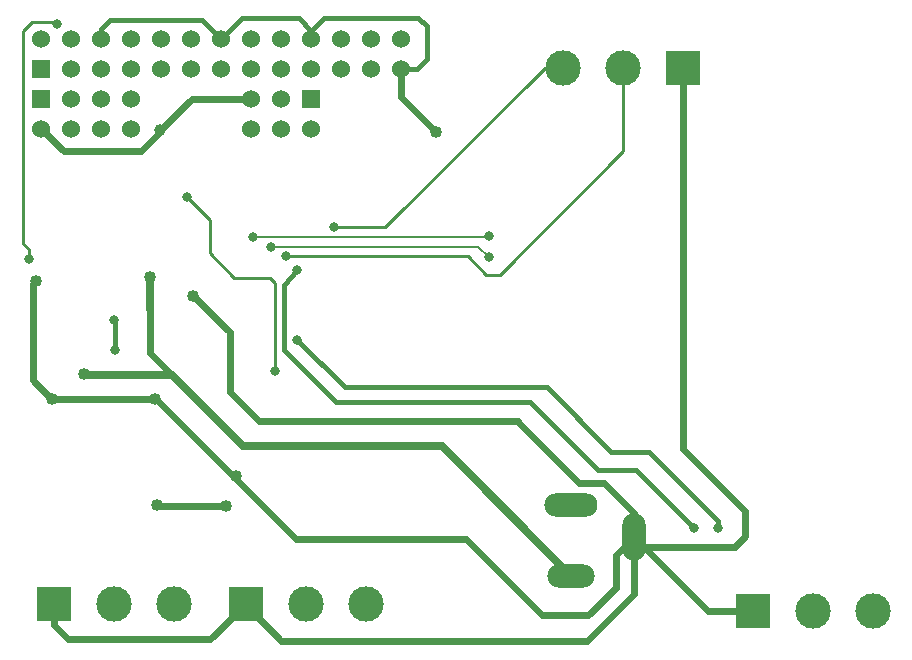
<source format=gbl>
G04 (created by PCBNEW (2013-08-09 BZR 4280)-product) date 8/17/2013 3:52:17 PM*
%MOIN*%
G04 Gerber Fmt 3.4, Leading zero omitted, Abs format*
%FSLAX34Y34*%
G01*
G70*
G90*
G04 APERTURE LIST*
%ADD10C,0.001000*%
%ADD11R,0.118100X0.118100*%
%ADD12C,0.118100*%
%ADD13R,0.060000X0.060000*%
%ADD14C,0.060000*%
%ADD15O,0.078700X0.157500*%
%ADD16O,0.157500X0.078700*%
%ADD17O,0.177200X0.078700*%
%ADD18C,0.040000*%
%ADD19C,0.039370*%
%ADD20C,0.032000*%
%ADD21C,0.024000*%
%ADD22C,0.018000*%
%ADD23C,0.025000*%
%ADD24C,0.010000*%
%ADD25C,0.007874*%
G04 APERTURE END LIST*
G54D10*
G54D11*
X65800Y-63600D03*
G54D12*
X67800Y-63600D03*
X69800Y-63600D03*
G54D13*
X65389Y-46774D03*
G54D14*
X65389Y-47774D03*
X66389Y-46774D03*
X66389Y-47774D03*
X67389Y-46774D03*
X67389Y-47774D03*
X68389Y-46774D03*
X68389Y-47774D03*
G54D13*
X65385Y-45776D03*
G54D14*
X65385Y-44776D03*
X66385Y-45776D03*
X66385Y-44776D03*
X67385Y-45776D03*
X67385Y-44776D03*
X68385Y-45776D03*
X68385Y-44776D03*
X69385Y-45776D03*
X69385Y-44776D03*
X70385Y-45776D03*
X70385Y-44776D03*
X71385Y-45776D03*
X71385Y-44776D03*
X72385Y-45776D03*
X72385Y-44776D03*
X73385Y-45776D03*
X73385Y-44776D03*
X74385Y-45776D03*
X74385Y-44776D03*
X75385Y-45776D03*
X75385Y-44776D03*
X76385Y-45776D03*
X76385Y-44776D03*
X77385Y-45776D03*
X77385Y-44776D03*
G54D15*
X85147Y-61382D03*
G54D16*
X83060Y-62662D03*
G54D17*
X83060Y-60299D03*
G54D11*
X89100Y-63860D03*
G54D12*
X91100Y-63860D03*
X93100Y-63860D03*
G54D11*
X86780Y-45740D03*
G54D12*
X84780Y-45740D03*
X82780Y-45740D03*
G54D13*
X74380Y-46780D03*
G54D14*
X74380Y-47780D03*
X73380Y-46780D03*
X73380Y-47780D03*
X72380Y-46780D03*
X72380Y-47780D03*
G54D11*
X72200Y-63600D03*
G54D12*
X74200Y-63600D03*
X76200Y-63600D03*
G54D18*
X71533Y-60347D03*
X69251Y-60305D03*
X71862Y-59346D03*
X65730Y-56770D03*
X69192Y-56772D03*
X65208Y-52833D03*
X69000Y-52700D03*
X66820Y-55960D03*
X78556Y-47880D03*
X70460Y-53340D03*
G54D19*
X69360Y-47820D03*
G54D20*
X64965Y-52125D03*
X65905Y-44282D03*
X87960Y-61080D03*
X73906Y-54802D03*
X73920Y-52494D03*
X87142Y-61072D03*
X72460Y-51380D03*
X80320Y-51360D03*
X73060Y-51700D03*
X80320Y-52060D03*
X67858Y-55146D03*
X67795Y-54159D03*
X73560Y-52000D03*
X75160Y-51052D03*
X73180Y-55860D03*
X70240Y-50060D03*
G54D21*
X69293Y-60347D02*
X71533Y-60347D01*
X69251Y-60305D02*
X69293Y-60347D01*
X65100Y-56150D02*
X65100Y-52941D01*
X71825Y-59382D02*
X71825Y-59389D01*
X71862Y-59346D02*
X71825Y-59382D01*
X65728Y-56772D02*
X65722Y-56772D01*
X65730Y-56770D02*
X65728Y-56772D01*
X86780Y-45740D02*
X86780Y-58444D01*
X86780Y-58444D02*
X88858Y-60522D01*
X89100Y-63860D02*
X87625Y-63860D01*
X65800Y-63600D02*
X65800Y-64326D01*
X71010Y-64790D02*
X72200Y-63600D01*
X66264Y-64790D02*
X71010Y-64790D01*
X65800Y-64326D02*
X66264Y-64790D01*
X72200Y-63600D02*
X72200Y-63642D01*
X73392Y-64834D02*
X83578Y-64834D01*
X83578Y-64834D02*
X85147Y-63265D01*
X72200Y-63642D02*
X73392Y-64834D01*
X88858Y-60522D02*
X88858Y-61358D01*
X88858Y-61358D02*
X88506Y-61710D01*
X65100Y-56150D02*
X65722Y-56772D01*
X65722Y-56772D02*
X69208Y-56772D01*
X69208Y-56772D02*
X71825Y-59389D01*
X71825Y-59389D02*
X73892Y-61456D01*
X73892Y-61456D02*
X79532Y-61456D01*
X79532Y-61456D02*
X82066Y-63990D01*
X82066Y-63990D02*
X83626Y-63990D01*
X83626Y-63990D02*
X84540Y-63076D01*
X84540Y-63076D02*
X84540Y-61989D01*
G54D22*
X69192Y-56772D02*
X69208Y-56772D01*
X84540Y-63076D02*
X84540Y-61989D01*
X83626Y-63990D02*
X84540Y-63076D01*
X82066Y-63990D02*
X83626Y-63990D01*
X79532Y-61456D02*
X82066Y-63990D01*
X73892Y-61456D02*
X79532Y-61456D01*
X69208Y-56772D02*
X73892Y-61456D01*
X69188Y-56776D02*
X69192Y-56772D01*
X65726Y-56776D02*
X69188Y-56776D01*
X65100Y-56150D02*
X65726Y-56776D01*
G54D21*
X65100Y-52941D02*
X65208Y-52833D01*
G54D22*
X65178Y-52803D02*
X65208Y-52833D01*
G54D21*
X66820Y-55960D02*
X69710Y-55960D01*
X69000Y-55250D02*
X69000Y-52700D01*
X69710Y-55960D02*
X69000Y-55250D01*
G54D23*
X69000Y-52700D02*
X69000Y-53780D01*
X83060Y-62662D02*
X78758Y-58360D01*
X78758Y-58360D02*
X72110Y-58360D01*
X72110Y-58360D02*
X69730Y-55980D01*
X69730Y-55980D02*
X66840Y-55980D01*
X66840Y-55980D02*
X66820Y-55960D01*
G54D22*
X66820Y-55960D02*
X69730Y-55960D01*
X69730Y-55960D02*
X72130Y-58360D01*
G54D21*
X66820Y-55960D02*
X66820Y-55940D01*
X69000Y-53760D02*
X69000Y-52700D01*
X78758Y-58360D02*
X83060Y-62662D01*
X72130Y-58360D02*
X78758Y-58360D01*
X77385Y-46709D02*
X77385Y-45776D01*
X78556Y-47880D02*
X77385Y-46709D01*
G54D22*
X77385Y-45776D02*
X77915Y-45776D01*
X74820Y-44070D02*
X74385Y-44505D01*
X77956Y-44070D02*
X74820Y-44070D01*
X78240Y-44354D02*
X77956Y-44070D01*
X78240Y-45452D02*
X78240Y-44354D01*
X77915Y-45776D02*
X78240Y-45452D01*
X74385Y-44505D02*
X74385Y-44776D01*
X74385Y-44776D02*
X74385Y-44505D01*
X72075Y-44086D02*
X71385Y-44776D01*
X73966Y-44086D02*
X72075Y-44086D01*
X74385Y-44505D02*
X73966Y-44086D01*
X67385Y-44776D02*
X67385Y-44440D01*
X70755Y-44146D02*
X71385Y-44776D01*
X67680Y-44146D02*
X70755Y-44146D01*
X67385Y-44440D02*
X67680Y-44146D01*
G54D21*
X70460Y-53340D02*
X71680Y-54560D01*
X71680Y-54560D02*
X71680Y-56560D01*
X71680Y-56560D02*
X72630Y-57510D01*
X81230Y-57510D02*
X81240Y-57510D01*
X81240Y-57510D02*
X83310Y-59580D01*
X72630Y-57510D02*
X81230Y-57510D01*
X81230Y-57510D02*
X81275Y-57510D01*
X83310Y-59580D02*
X84160Y-59580D01*
X84160Y-59580D02*
X85147Y-60567D01*
X69360Y-47820D02*
X70395Y-46785D01*
X72375Y-46785D02*
X72380Y-46780D01*
X70395Y-46785D02*
X72375Y-46785D01*
X69360Y-47820D02*
X69360Y-47870D01*
X66139Y-48524D02*
X65389Y-47774D01*
X68706Y-48524D02*
X66139Y-48524D01*
X69360Y-47870D02*
X68706Y-48524D01*
X69360Y-47820D02*
X69314Y-47774D01*
X85147Y-60567D02*
X85147Y-61382D01*
X85475Y-61710D02*
X85147Y-61382D01*
X88506Y-61710D02*
X85475Y-61710D01*
X84540Y-61989D02*
X85147Y-61382D01*
X87625Y-63860D02*
X85147Y-61382D01*
X85147Y-63265D02*
X85147Y-61382D01*
G54D22*
X84540Y-61989D02*
X85147Y-61382D01*
G54D24*
X64965Y-52125D02*
X64965Y-51784D01*
X64785Y-44499D02*
X65086Y-44198D01*
X64785Y-51604D02*
X64785Y-44499D01*
X64965Y-51784D02*
X64785Y-51604D01*
X65905Y-44282D02*
X65821Y-44198D01*
X65821Y-44198D02*
X65086Y-44198D01*
X65086Y-44198D02*
X64848Y-44436D01*
G54D22*
X87960Y-60840D02*
X87960Y-61080D01*
X85650Y-58530D02*
X87960Y-60840D01*
X84390Y-58530D02*
X85650Y-58530D01*
X82250Y-56390D02*
X84390Y-58530D01*
X75508Y-56390D02*
X82250Y-56390D01*
X73906Y-54802D02*
X75508Y-56390D01*
X73472Y-52980D02*
X73920Y-52494D01*
X73472Y-55146D02*
X73472Y-52980D01*
X75218Y-56892D02*
X73472Y-55146D01*
X81686Y-56892D02*
X75218Y-56892D01*
X83930Y-59136D02*
X81686Y-56892D01*
X85206Y-59136D02*
X83930Y-59136D01*
X87142Y-61072D02*
X85206Y-59136D01*
G54D25*
X72480Y-51380D02*
X72460Y-51380D01*
X80300Y-51380D02*
X72480Y-51380D01*
X80320Y-51360D02*
X80300Y-51380D01*
X79960Y-51700D02*
X73060Y-51700D01*
X80320Y-52060D02*
X79960Y-51700D01*
G54D22*
X67858Y-54222D02*
X67858Y-55146D01*
X67795Y-54159D02*
X67858Y-54222D01*
G54D24*
X82780Y-45740D02*
X82168Y-45740D01*
X82168Y-45740D02*
X76856Y-51052D01*
X76856Y-51052D02*
X75160Y-51052D01*
X73580Y-52020D02*
X79606Y-52020D01*
X73560Y-52000D02*
X73580Y-52020D01*
X79606Y-52020D02*
X80222Y-52636D01*
X80222Y-52636D02*
X80670Y-52636D01*
X80670Y-52636D02*
X84780Y-48526D01*
X84780Y-48526D02*
X84780Y-45740D01*
X73180Y-52920D02*
X73180Y-55860D01*
X73000Y-52740D02*
X73180Y-52920D01*
X71820Y-52740D02*
X73000Y-52740D01*
X71000Y-51920D02*
X71820Y-52740D01*
X71000Y-50820D02*
X71000Y-51920D01*
X70240Y-50060D02*
X71000Y-50820D01*
M02*

</source>
